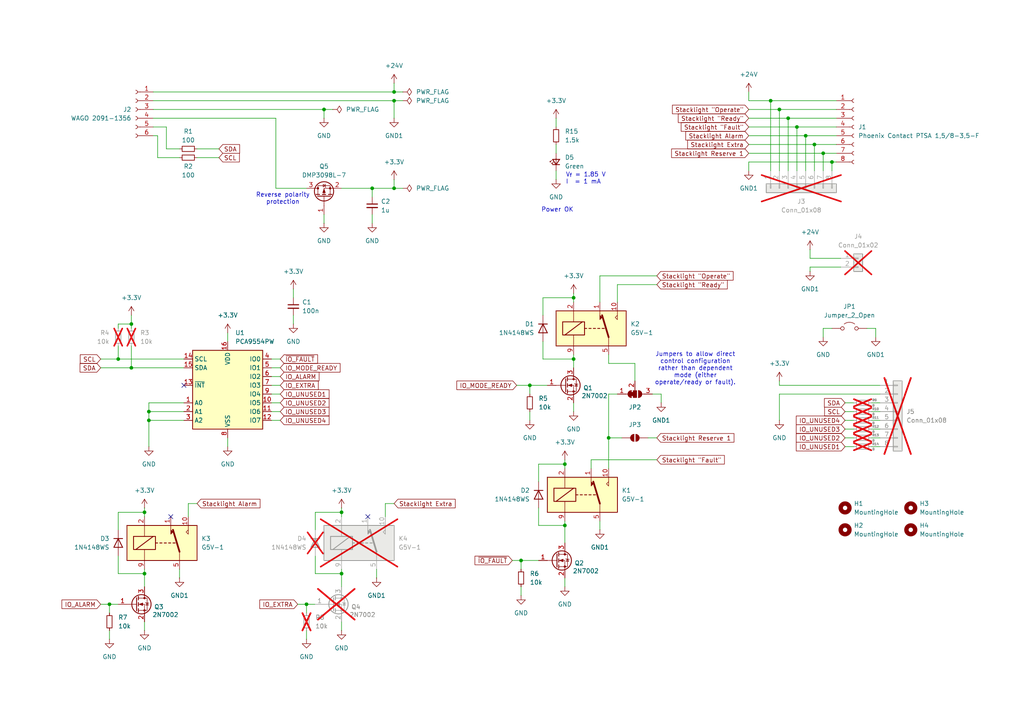
<source format=kicad_sch>
(kicad_sch (version 20231120) (generator "eeschema") (generator_version "8.0")
  (paper "A4")
  (title_block (title "Stacklight Controller Board"))
  (lib_symbols
    (symbol "0_Local_Library:PCA9554PW"
      (property "Reference" "U" (at -8.89 12.7 0))
      (property "Value" "PCA9554PW" (at 6.35 12.7 0))
      (symbol "PCA9554PW_1_1"
        (pin input line (at -12.7 -3.81 0) (length 2.54) (name "A0") (number "1"))
        (pin bidirectional line (at 12.7 -3.81 180) (length 2.54) (name "IO5") (number "10"))
        (pin bidirectional line (at 12.7 -6.35 180) (length 2.54) (name "IO6") (number "11"))
        (pin bidirectional line (at 12.7 -8.89 180) (length 2.54) (name "IO7") (number "12"))
        (pin open_collector line (at -12.7 1.27 0) (length 2.54) (name "~{INT}") (number "13"))
        (pin input line (at -12.7 8.89 0) (length 2.54) (name "SCL") (number "14"))
        (pin bidirectional line (at -12.7 6.35 0) (length 2.54) (name "SDA") (number "15"))
        (pin power_in line (at 0 13.97 270) (length 2.54) (name "VDD") (number "16"))
        (pin input line (at -12.7 -6.35 0) (length 2.54) (name "A1") (number "2"))
        (pin input line (at -12.7 -8.89 0) (length 2.54) (name "A2") (number "3"))
        (pin bidirectional line (at 12.7 8.89 180) (length 2.54) (name "IO0") (number "4"))
        (pin bidirectional line (at 12.7 6.35 180) (length 2.54) (name "IO1") (number "5"))
        (pin bidirectional line (at 12.7 3.81 180) (length 2.54) (name "IO2") (number "6"))
        (pin bidirectional line (at 12.7 1.27 180) (length 2.54) (name "IO3") (number "7"))
        (pin power_in line (at 0 -13.97 90) (length 2.54) (name "VSS") (number "8"))
        (pin bidirectional line (at 12.7 -1.27 180) (length 2.54) (name "IO4") (number "9"))
      )
    )
    (symbol "Connector:Conn_01x06_Socket" (pin_names (offset 1.016) hide)
      (property "Reference" "J" (at 0 7.62 0))
      (property "Value" "Conn_01x06_Socket" (at 0 -10.16 0))
      (symbol "Conn_01x06_Socket_1_1"
        (pin passive line (at -5.08 5.08 0) (length 3.81) (name "Pin_1") (number "1"))
        (pin passive line (at -5.08 2.54 0) (length 3.81) (name "Pin_2") (number "2"))
        (pin passive line (at -5.08 0 0) (length 3.81) (name "Pin_3") (number "3"))
        (pin passive line (at -5.08 -2.54 0) (length 3.81) (name "Pin_4") (number "4"))
        (pin passive line (at -5.08 -5.08 0) (length 3.81) (name "Pin_5") (number "5"))
        (pin passive line (at -5.08 -7.62 0) (length 3.81) (name "Pin_6") (number "6"))
      )
    )
    (symbol "Connector:Conn_01x08_Socket" (pin_names (offset 1.016) hide)
      (property "Reference" "J" (at 0 10.16 0))
      (property "Value" "Conn_01x08_Socket" (at 0 -12.7 0))
      (symbol "Conn_01x08_Socket_1_1"
        (pin passive line (at -5.08 7.62 0) (length 3.81) (name "Pin_1") (number "1"))
        (pin passive line (at -5.08 5.08 0) (length 3.81) (name "Pin_2") (number "2"))
        (pin passive line (at -5.08 2.54 0) (length 3.81) (name "Pin_3") (number "3"))
        (pin passive line (at -5.08 0 0) (length 3.81) (name "Pin_4") (number "4"))
        (pin passive line (at -5.08 -2.54 0) (length 3.81) (name "Pin_5") (number "5"))
        (pin passive line (at -5.08 -5.08 0) (length 3.81) (name "Pin_6") (number "6"))
        (pin passive line (at -5.08 -7.62 0) (length 3.81) (name "Pin_7") (number "7"))
        (pin passive line (at -5.08 -10.16 0) (length 3.81) (name "Pin_8") (number "8"))
      )
    )
    (symbol "Connector_Generic:Conn_01x02" (pin_names (offset 1.016) hide)
      (property "Reference" "J" (at 0 2.54 0))
      (property "Value" "Conn_01x02" (at 0 -5.08 0))
      (symbol "Conn_01x02_1_1"
        (pin passive line (at -5.08 0 0) (length 3.81) (name "Pin_1") (number "1"))
        (pin passive line (at -5.08 -2.54 0) (length 3.81) (name "Pin_2") (number "2"))
      )
    )
    (symbol "Connector_Generic:Conn_01x08" (pin_names (offset 1.016) hide)
      (property "Reference" "J" (at 0 10.16 0))
      (property "Value" "Conn_01x08" (at 0 -12.7 0))
      (symbol "Conn_01x08_1_1"
        (pin passive line (at -5.08 7.62 0) (length 3.81) (name "Pin_1") (number "1"))
        (pin passive line (at -5.08 5.08 0) (length 3.81) (name "Pin_2") (number "2"))
        (pin passive line (at -5.08 2.54 0) (length 3.81) (name "Pin_3") (number "3"))
        (pin passive line (at -5.08 0 0) (length 3.81) (name "Pin_4") (number "4"))
        (pin passive line (at -5.08 -2.54 0) (length 3.81) (name "Pin_5") (number "5"))
        (pin passive line (at -5.08 -5.08 0) (length 3.81) (name "Pin_6") (number "6"))
        (pin passive line (at -5.08 -7.62 0) (length 3.81) (name "Pin_7") (number "7"))
        (pin passive line (at -5.08 -10.16 0) (length 3.81) (name "Pin_8") (number "8"))
      )
    )
    (symbol "Device:C_Small" (pin_numbers hide) (pin_names (offset 0.254) hide)
      (property "Reference" "C" (at 0.254 1.778 0))
      (property "Value" "C_Small" (at 0.254 -2.032 0))
      (symbol "C_Small_1_1"
        (pin passive line (at 0 2.54 270) (length 2.032) (name "~") (number "1"))
        (pin passive line (at 0 -2.54 90) (length 2.032) (name "~") (number "2"))
      )
    )
    (symbol "Device:LED_Small" (pin_numbers hide) (pin_names (offset 0.254) hide)
      (property "Reference" "D" (at -1.27 3.175 0))
      (property "Value" "LED_Small" (at -4.445 -2.54 0))
      (symbol "LED_Small_1_1"
        (pin passive line (at -2.54 0 0) (length 1.778) (name "K") (number "1"))
        (pin passive line (at 2.54 0 180) (length 1.778) (name "A") (number "2"))
      )
    )
    (symbol "Device:Q_PMOS_GSD" (pin_names (offset 0) hide)
      (property "Reference" "Q" (at 5.08 1.27 0))
      (property "Value" "Q_PMOS_GSD" (at 5.08 -1.27 0))
      (symbol "Q_PMOS_GSD_1_1"
        (pin input line (at -5.08 0 0) (length 2.54) (name "G") (number "1"))
        (pin passive line (at 2.54 -5.08 90) (length 2.54) (name "S") (number "2"))
        (pin passive line (at 2.54 5.08 270) (length 2.54) (name "D") (number "3"))
      )
    )
    (symbol "Device:R_Small" (pin_numbers hide) (pin_names (offset 0.254) hide)
      (property "Reference" "R" (at 0.762 0.508 0))
      (property "Value" "R_Small" (at 0.762 -1.016 0))
      (symbol "R_Small_1_1"
        (pin passive line (at 0 2.54 270) (length 0.762) (name "~") (number "1"))
        (pin passive line (at 0 -2.54 90) (length 0.762) (name "~") (number "2"))
      )
    )
    (symbol "Diode:1N4148WS" (pin_numbers hide) (pin_names hide)
      (property "Reference" "D" (at 0 2.54 0))
      (property "Value" "1N4148WS" (at 0 -2.54 0))
      (symbol "1N4148WS_1_1"
        (pin passive line (at -3.81 0 0) (length 2.54) (name "K") (number "1"))
        (pin passive line (at 3.81 0 180) (length 2.54) (name "A") (number "2"))
      )
    )
    (symbol "Jumper:Jumper_2_Open" (pin_numbers hide) (pin_names (offset 0) hide) (exclude_from_sim yes)
      (property "Reference" "JP" (at 0 2.794 0))
      (property "Value" "Jumper_2_Open" (at 0 -2.286 0))
      (symbol "Jumper_2_Open_1_1"
        (pin passive line (at -5.08 0 0) (length 2.54) (name "A") (number "1"))
        (pin passive line (at 5.08 0 180) (length 2.54) (name "B") (number "2"))
      )
    )
    (symbol "Jumper:SolderJumper_2_Open" (pin_numbers hide) (pin_names (offset 0) hide) (exclude_from_sim yes) (in_bom no)
      (property "Reference" "JP" (at 0 2.032 0))
      (property "Value" "SolderJumper_2_Open" (at 0 -2.54 0))
      (symbol "SolderJumper_2_Open_1_1"
        (pin passive line (at -3.81 0 0) (length 2.54) (name "A") (number "1"))
        (pin passive line (at 3.81 0 180) (length 2.54) (name "B") (number "2"))
      )
    )
    (symbol "Jumper:SolderJumper_3_Bridged12" (pin_names (offset 0) hide) (exclude_from_sim yes) (in_bom no)
      (property "Reference" "JP" (at -2.54 -2.54 0))
      (property "Value" "SolderJumper_3_Bridged12" (at 0 2.794 0))
      (symbol "SolderJumper_3_Bridged12_1_1"
        (pin passive line (at -5.08 0 0) (length 2.54) (name "A") (number "1"))
        (pin passive line (at 0 -3.81 90) (length 2.54) (name "C") (number "2"))
        (pin passive line (at 5.08 0 180) (length 2.54) (name "B") (number "3"))
      )
    )
    (symbol "Mechanical:MountingHole" (pin_names (offset 1.016)) (exclude_from_sim yes) (in_bom no)
      (property "Reference" "H" (at 0 5.08 0))
      (property "Value" "MountingHole" (at 0 3.175 0))
    )
    (symbol "Relay:G5V-1"
      (property "Reference" "K" (at 11.43 3.81 0))
      (property "Value" "G5V-1" (at 11.43 1.27 0))
      (symbol "G5V-1_1_1"
        (pin passive line (at 2.54 7.62 270) (length 2.54) (name "~") (number "1"))
        (pin passive line (at 7.62 7.62 270) (length 2.54) (name "~") (number "10"))
        (pin passive line (at -5.08 7.62 270) (length 2.54) (name "~") (number "2"))
        (pin passive line (at 5.08 -7.62 90) (length 2.54) (name "~") (number "5"))
        (pin passive line (at 5.08 -7.62 90) (length 2.54) hide (name "~") (number "6"))
        (pin passive line (at -5.08 -7.62 90) (length 2.54) (name "~") (number "9"))
      )
    )
    (symbol "Transistor_FET:2N7002" (pin_names hide)
      (property "Reference" "Q" (at 5.08 1.905 0))
      (property "Value" "2N7002" (at 5.08 0 0))
      (symbol "2N7002_1_1"
        (pin input line (at -5.08 0 0) (length 2.54) (name "G") (number "1"))
        (pin passive line (at 2.54 -5.08 90) (length 2.54) (name "S") (number "2"))
        (pin passive line (at 2.54 5.08 270) (length 2.54) (name "D") (number "3"))
      )
    )
    (symbol "power:+24V" (power) (pin_numbers hide) (pin_names (offset 0) hide)
      (property "Value" "+24V" (at 0 3.556 0))
      (symbol "+24V_1_1"
        (pin power_in line (at 0 0 90) (length 0) (name "~") (number "1"))
      )
    )
    (symbol "power:+3.3V" (power) (pin_numbers hide) (pin_names (offset 0) hide)
      (property "Value" "+3.3V" (at 0 3.556 0))
      (symbol "+3.3V_1_1"
        (pin power_in line (at 0 0 90) (length 0) (name "~") (number "1"))
      )
    )
    (symbol "power:GND" (power) (pin_numbers hide) (pin_names (offset 0) hide)
      (property "Value" "GND" (at 0 -3.81 0))
      (symbol "GND_1_1"
        (pin power_in line (at 0 0 270) (length 0) (name "~") (number "1"))
      )
    )
    (symbol "power:GND1" (power) (pin_numbers hide) (pin_names (offset 0) hide)
      (property "Value" "GND1" (at 0 -3.81 0))
      (symbol "GND1_1_1"
        (pin power_in line (at 0 0 270) (length 0) (name "~") (number "1"))
      )
    )
    (symbol "power:PWR_FLAG" (power) (pin_numbers hide) (pin_names (offset 0) hide)
      (property "Value" "PWR_FLAG" (at 0 3.81 0))
      (symbol "PWR_FLAG_0_0"
        (pin power_out line (at 0 0 90) (length 0) (name "~") (number "1"))
      )
    )
  )
  (junction (at 223.52 29.21))
  (junction (at 93.98 31.75))
  (junction (at 114.3 26.67))
  (junction (at 241.3 46.99))
  (junction (at 41.91 148.59))
  (junction (at 99.06 166.37))
  (junction (at 163.83 134.62))
  (junction (at 38.1 106.68))
  (junction (at 238.76 44.45))
  (junction (at 43.18 121.92))
  (junction (at 107.95 54.61))
  (junction (at 38.1 93.98))
  (junction (at 99.06 148.59))
  (junction (at 31.75 175.26))
  (junction (at 114.3 29.21))
  (junction (at 226.06 31.75))
  (junction (at 151.13 162.56))
  (junction (at 176.53 127))
  (junction (at 41.91 166.37))
  (junction (at 231.14 36.83))
  (junction (at 166.37 86.36))
  (junction (at 166.37 104.14))
  (junction (at 236.22 41.91))
  (junction (at 163.83 152.4))
  (junction (at 114.3 54.61))
  (junction (at 34.29 104.14))
  (junction (at 228.6 34.29))
  (junction (at 153.67 111.76))
  (junction (at 233.68 39.37))
  (junction (at 43.18 119.38))
  (junction (at 88.9 175.26))
  (no_connect (at 106.68 149.86))
  (no_connect (at 53.34 111.76))
  (no_connect (at 49.53 149.86))
  (wire (pts (xy 114.3 26.67) (xy 116.84 26.67)))
  (wire (pts (xy 109.22 165.1) (xy 109.22 167.64)))
  (wire (pts (xy 34.29 104.14) (xy 53.34 104.14)))
  (wire (pts (xy 252.73 127) (xy 255.27 127)))
  (wire (pts (xy 148.59 162.56) (xy 151.13 162.56)))
  (wire (pts (xy 80.01 54.61) (xy 80.01 34.29)))
  (wire (pts (xy 226.06 31.75) (xy 242.57 31.75)))
  (wire (pts (xy 78.74 114.3) (xy 81.28 114.3)))
  (wire (pts (xy 29.21 106.68) (xy 38.1 106.68)))
  (wire (pts (xy 107.95 62.23) (xy 107.95 64.77)))
  (wire (pts (xy 245.11 121.92) (xy 247.65 121.92)))
  (wire (pts (xy 88.9 175.26) (xy 88.9 177.8)))
  (wire (pts (xy 34.29 100.33) (xy 34.29 104.14)))
  (wire (pts (xy 179.07 82.55) (xy 179.07 87.63)))
  (wire (pts (xy 114.3 54.61) (xy 116.84 54.61)))
  (wire (pts (xy 184.15 110.49) (xy 184.15 105.41)))
  (wire (pts (xy 44.45 31.75) (xy 93.98 31.75)))
  (wire (pts (xy 99.06 166.37) (xy 99.06 170.18)))
  (wire (pts (xy 176.53 105.41) (xy 176.53 102.87)))
  (wire (pts (xy 29.21 175.26) (xy 31.75 175.26)))
  (wire (pts (xy 238.76 95.25) (xy 241.3 95.25)))
  (wire (pts (xy 43.18 121.92) (xy 43.18 129.54)))
  (wire (pts (xy 48.26 36.83) (xy 44.45 36.83)))
  (wire (pts (xy 217.17 34.29) (xy 228.6 34.29)))
  (wire (pts (xy 153.67 111.76) (xy 153.67 114.3)))
  (wire (pts (xy 57.15 146.05) (xy 54.61 146.05)))
  (wire (pts (xy 252.73 121.92) (xy 255.27 121.92)))
  (wire (pts (xy 34.29 175.26) (xy 31.75 175.26)))
  (wire (pts (xy 38.1 91.44) (xy 38.1 93.98)))
  (wire (pts (xy 111.76 146.05) (xy 111.76 149.86)))
  (wire (pts (xy 191.77 114.3) (xy 189.23 114.3)))
  (wire (pts (xy 176.53 127) (xy 180.34 127)))
  (wire (pts (xy 48.26 43.18) (xy 52.07 43.18)))
  (wire (pts (xy 156.21 134.62) (xy 156.21 139.7)))
  (wire (pts (xy 190.5 82.55) (xy 179.07 82.55)))
  (wire (pts (xy 252.73 119.38) (xy 255.27 119.38)))
  (wire (pts (xy 114.3 34.29) (xy 114.3 29.21)))
  (wire (pts (xy 43.18 121.92) (xy 53.34 121.92)))
  (wire (pts (xy 173.99 151.13) (xy 173.99 153.67)))
  (wire (pts (xy 217.17 44.45) (xy 238.76 44.45)))
  (wire (pts (xy 38.1 100.33) (xy 38.1 106.68)))
  (wire (pts (xy 31.75 175.26) (xy 31.75 177.8)))
  (wire (pts (xy 29.21 104.14) (xy 34.29 104.14)))
  (wire (pts (xy 107.95 54.61) (xy 107.95 57.15)))
  (wire (pts (xy 231.14 36.83) (xy 242.57 36.83)))
  (wire (pts (xy 41.91 166.37) (xy 41.91 170.18)))
  (wire (pts (xy 41.91 148.59) (xy 41.91 149.86)))
  (wire (pts (xy 163.83 152.4) (xy 163.83 157.48)))
  (wire (pts (xy 166.37 116.84) (xy 166.37 119.38)))
  (wire (pts (xy 93.98 62.23) (xy 93.98 64.77)))
  (wire (pts (xy 238.76 97.79) (xy 238.76 95.25)))
  (wire (pts (xy 66.04 96.52) (xy 66.04 99.06)))
  (wire (pts (xy 234.95 78.74) (xy 234.95 77.47)))
  (wire (pts (xy 91.44 166.37) (xy 91.44 161.29)))
  (wire (pts (xy 231.14 36.83) (xy 231.14 49.53)))
  (wire (pts (xy 44.45 34.29) (xy 80.01 34.29)))
  (wire (pts (xy 43.18 119.38) (xy 53.34 119.38)))
  (wire (pts (xy 252.73 129.54) (xy 255.27 129.54)))
  (wire (pts (xy 99.06 180.34) (xy 99.06 182.88)))
  (wire (pts (xy 48.26 43.18) (xy 48.26 36.83)))
  (wire (pts (xy 163.83 151.13) (xy 163.83 152.4)))
  (wire (pts (xy 45.72 45.72) (xy 52.07 45.72)))
  (wire (pts (xy 179.07 114.3) (xy 176.53 114.3)))
  (wire (pts (xy 91.44 148.59) (xy 91.44 153.67)))
  (wire (pts (xy 153.67 111.76) (xy 158.75 111.76)))
  (wire (pts (xy 233.68 39.37) (xy 233.68 49.53)))
  (wire (pts (xy 252.73 124.46) (xy 255.27 124.46)))
  (wire (pts (xy 34.29 93.98) (xy 38.1 93.98)))
  (wire (pts (xy 78.74 111.76) (xy 81.28 111.76)))
  (wire (pts (xy 217.17 31.75) (xy 226.06 31.75)))
  (wire (pts (xy 93.98 31.75) (xy 93.98 34.29)))
  (wire (pts (xy 157.48 99.06) (xy 157.48 104.14)))
  (wire (pts (xy 78.74 119.38) (xy 81.28 119.38)))
  (wire (pts (xy 157.48 104.14) (xy 166.37 104.14)))
  (wire (pts (xy 54.61 146.05) (xy 54.61 149.86)))
  (wire (pts (xy 254 95.25) (xy 254 97.79)))
  (wire (pts (xy 88.9 54.61) (xy 80.01 54.61)))
  (wire (pts (xy 233.68 39.37) (xy 242.57 39.37)))
  (wire (pts (xy 38.1 93.98) (xy 38.1 95.25)))
  (wire (pts (xy 34.29 166.37) (xy 34.29 161.29)))
  (wire (pts (xy 114.3 26.67) (xy 44.45 26.67)))
  (wire (pts (xy 157.48 86.36) (xy 166.37 86.36)))
  (wire (pts (xy 234.95 77.47) (xy 243.84 77.47)))
  (wire (pts (xy 41.91 147.32) (xy 41.91 148.59)))
  (wire (pts (xy 78.74 104.14) (xy 81.28 104.14)))
  (wire (pts (xy 57.15 43.18) (xy 63.5 43.18)))
  (wire (pts (xy 234.95 72.39) (xy 234.95 74.93)))
  (wire (pts (xy 161.29 34.29) (xy 161.29 36.83)))
  (wire (pts (xy 151.13 162.56) (xy 156.21 162.56)))
  (wire (pts (xy 217.17 49.53) (xy 217.17 46.99)))
  (wire (pts (xy 78.74 116.84) (xy 81.28 116.84)))
  (wire (pts (xy 245.11 127) (xy 247.65 127)))
  (wire (pts (xy 223.52 29.21) (xy 223.52 49.53)))
  (wire (pts (xy 66.04 127) (xy 66.04 129.54)))
  (wire (pts (xy 153.67 119.38) (xy 153.67 121.92)))
  (wire (pts (xy 171.45 133.35) (xy 171.45 135.89)))
  (wire (pts (xy 45.72 39.37) (xy 44.45 39.37)))
  (wire (pts (xy 43.18 116.84) (xy 53.34 116.84)))
  (wire (pts (xy 163.83 134.62) (xy 156.21 134.62)))
  (wire (pts (xy 176.53 114.3) (xy 176.53 127)))
  (wire (pts (xy 252.73 116.84) (xy 255.27 116.84)))
  (wire (pts (xy 173.99 80.01) (xy 190.5 80.01)))
  (wire (pts (xy 217.17 36.83) (xy 231.14 36.83)))
  (wire (pts (xy 217.17 39.37) (xy 233.68 39.37)))
  (wire (pts (xy 114.3 52.07) (xy 114.3 54.61)))
  (wire (pts (xy 236.22 41.91) (xy 242.57 41.91)))
  (wire (pts (xy 86.36 175.26) (xy 88.9 175.26)))
  (wire (pts (xy 226.06 114.3) (xy 255.27 114.3)))
  (wire (pts (xy 85.09 91.44) (xy 85.09 93.98)))
  (wire (pts (xy 226.06 110.49) (xy 226.06 111.76)))
  (wire (pts (xy 184.15 105.41) (xy 176.53 105.41)))
  (wire (pts (xy 190.5 133.35) (xy 171.45 133.35)))
  (wire (pts (xy 31.75 182.88) (xy 31.75 185.42)))
  (wire (pts (xy 43.18 116.84) (xy 43.18 119.38)))
  (wire (pts (xy 166.37 85.09) (xy 166.37 86.36)))
  (wire (pts (xy 114.3 24.13) (xy 114.3 26.67)))
  (wire (pts (xy 223.52 29.21) (xy 242.57 29.21)))
  (wire (pts (xy 34.29 95.25) (xy 34.29 93.98)))
  (wire (pts (xy 41.91 180.34) (xy 41.91 182.88)))
  (wire (pts (xy 217.17 29.21) (xy 223.52 29.21)))
  (wire (pts (xy 85.09 83.82) (xy 85.09 86.36)))
  (wire (pts (xy 228.6 34.29) (xy 242.57 34.29)))
  (wire (pts (xy 91.44 175.26) (xy 88.9 175.26)))
  (wire (pts (xy 156.21 147.32) (xy 156.21 152.4)))
  (wire (pts (xy 93.98 31.75) (xy 96.52 31.75)))
  (wire (pts (xy 166.37 86.36) (xy 166.37 87.63)))
  (wire (pts (xy 99.06 166.37) (xy 91.44 166.37)))
  (wire (pts (xy 173.99 87.63) (xy 173.99 80.01)))
  (wire (pts (xy 57.15 45.72) (xy 63.5 45.72)))
  (wire (pts (xy 251.46 95.25) (xy 254 95.25)))
  (wire (pts (xy 226.06 111.76) (xy 255.27 111.76)))
  (wire (pts (xy 238.76 44.45) (xy 242.57 44.45)))
  (wire (pts (xy 226.06 114.3) (xy 226.06 121.92)))
  (wire (pts (xy 41.91 165.1) (xy 41.91 166.37)))
  (wire (pts (xy 44.45 29.21) (xy 114.3 29.21)))
  (wire (pts (xy 226.06 31.75) (xy 226.06 49.53)))
  (wire (pts (xy 114.3 54.61) (xy 107.95 54.61)))
  (wire (pts (xy 163.83 133.35) (xy 163.83 134.62)))
  (wire (pts (xy 245.11 119.38) (xy 247.65 119.38)))
  (wire (pts (xy 151.13 165.1) (xy 151.13 162.56)))
  (wire (pts (xy 241.3 49.53) (xy 241.3 46.99)))
  (wire (pts (xy 52.07 165.1) (xy 52.07 167.64)))
  (wire (pts (xy 245.11 124.46) (xy 247.65 124.46)))
  (wire (pts (xy 191.77 116.84) (xy 191.77 114.3)))
  (wire (pts (xy 151.13 170.18) (xy 151.13 172.72)))
  (wire (pts (xy 99.06 165.1) (xy 99.06 166.37)))
  (wire (pts (xy 78.74 109.22) (xy 81.28 109.22)))
  (wire (pts (xy 157.48 91.44) (xy 157.48 86.36)))
  (wire (pts (xy 88.9 182.88) (xy 88.9 185.42)))
  (wire (pts (xy 176.53 127) (xy 176.53 135.89)))
  (wire (pts (xy 45.72 45.72) (xy 45.72 39.37)))
  (wire (pts (xy 43.18 119.38) (xy 43.18 121.92)))
  (wire (pts (xy 217.17 26.67) (xy 217.17 29.21)))
  (wire (pts (xy 166.37 102.87) (xy 166.37 104.14)))
  (wire (pts (xy 161.29 49.53) (xy 161.29 52.07)))
  (wire (pts (xy 236.22 41.91) (xy 236.22 49.53)))
  (wire (pts (xy 217.17 41.91) (xy 236.22 41.91)))
  (wire (pts (xy 38.1 106.68) (xy 53.34 106.68)))
  (wire (pts (xy 78.74 121.92) (xy 81.28 121.92)))
  (wire (pts (xy 245.11 116.84) (xy 247.65 116.84)))
  (wire (pts (xy 149.86 111.76) (xy 153.67 111.76)))
  (wire (pts (xy 217.17 46.99) (xy 241.3 46.99)))
  (wire (pts (xy 163.83 134.62) (xy 163.83 135.89)))
  (wire (pts (xy 114.3 146.05) (xy 111.76 146.05)))
  (wire (pts (xy 99.06 148.59) (xy 99.06 149.86)))
  (wire (pts (xy 243.84 74.93) (xy 234.95 74.93)))
  (wire (pts (xy 34.29 148.59) (xy 34.29 153.67)))
  (wire (pts (xy 163.83 167.64) (xy 163.83 170.18)))
  (wire (pts (xy 99.06 148.59) (xy 91.44 148.59)))
  (wire (pts (xy 228.6 34.29) (xy 228.6 49.53)))
  (wire (pts (xy 114.3 29.21) (xy 116.84 29.21)))
  (wire (pts (xy 107.95 54.61) (xy 99.06 54.61)))
  (wire (pts (xy 245.11 129.54) (xy 247.65 129.54)))
  (wire (pts (xy 41.91 166.37) (xy 34.29 166.37)))
  (wire (pts (xy 166.37 104.14) (xy 166.37 106.68)))
  (wire (pts (xy 161.29 41.91) (xy 161.29 44.45)))
  (wire (pts (xy 41.91 148.59) (xy 34.29 148.59)))
  (wire (pts (xy 99.06 147.32) (xy 99.06 148.59)))
  (wire (pts (xy 187.96 127) (xy 190.5 127)))
  (wire (pts (xy 238.76 44.45) (xy 238.76 49.53)))
  (wire (pts (xy 156.21 152.4) (xy 163.83 152.4)))
  (wire (pts (xy 241.3 46.99) (xy 242.57 46.99)))
  (wire (pts (xy 78.74 106.68) (xy 81.28 106.68)))
  (text "Jumpers to allow direct\ncontrol configuration\nrather than dependent\nmode (either\noperate/ready or fault)." (at 201.676 106.934 0) (effects (font (size 1.27 1.27))))
  (text "Power OK" (at 156.972 60.198 0) (effects (font (size 1.27 1.27)) (justify left top)))
  (text "V_{f} = 1.85 V\nI  = 1 mA" (at 164.084 50.038 0) (effects (font (size 1.27 1.27)) (justify left top)))
  (text "Reverse polarity\nprotection" (at 82.042 57.658 0) (effects (font (size 1.27 1.27))))
  (global_label "Stacklight Reserve 1" (shape input) (at 217.17 44.45 180) (property "Intersheetrefs" "${INTERSHEET_REFS}" (effects (hide yes))))
  (global_label "IO_EXTRA" (shape input) (at 86.36 175.26 180) (property "Intersheetrefs" "${INTERSHEET_REFS}" (effects (hide yes))))
  (global_label "Stacklight \"Ready\"" (shape input) (at 190.5 82.55 0) (property "Intersheetrefs" "${INTERSHEET_REFS}" (effects (hide yes))))
  (global_label "Stacklight \"Ready\"" (shape input) (at 217.17 34.29 180) (property "Intersheetrefs" "${INTERSHEET_REFS}" (effects (hide yes))))
  (global_label "SCL" (shape input) (at 63.5 45.72 0) (property "Intersheetrefs" "${INTERSHEET_REFS}" (effects (hide yes))))
  (global_label "IO_UNUSED3" (shape input) (at 81.28 119.38 0) (property "Intersheetrefs" "${INTERSHEET_REFS}" (effects (hide yes))))
  (global_label "SDA" (shape input) (at 63.5 43.18 0) (property "Intersheetrefs" "${INTERSHEET_REFS}" (effects (hide yes))))
  (global_label "Stacklight Reserve 1" (shape input) (at 190.5 127 0) (property "Intersheetrefs" "${INTERSHEET_REFS}" (effects (hide yes))))
  (global_label "Stacklight \"Operate\"" (shape input) (at 217.17 31.75 180) (property "Intersheetrefs" "${INTERSHEET_REFS}" (effects (hide yes))))
  (global_label "IO_MODE_READY" (shape input) (at 149.86 111.76 180) (property "Intersheetrefs" "${INTERSHEET_REFS}" (effects (hide yes))))
  (global_label "Stacklight Extra" (shape input) (at 217.17 41.91 180) (property "Intersheetrefs" "${INTERSHEET_REFS}" (effects (hide yes))))
  (global_label "~{IO_FAULT}" (shape input) (at 81.28 104.14 0) (property "Intersheetrefs" "${INTERSHEET_REFS}" (effects (hide yes))))
  (global_label "SCL" (shape input) (at 245.11 119.38 180) (property "Intersheetrefs" "${INTERSHEET_REFS}" (effects (hide yes))))
  (global_label "IO_UNUSED4" (shape input) (at 245.11 121.92 180) (property "Intersheetrefs" "${INTERSHEET_REFS}" (effects (hide yes))))
  (global_label "~{IO_FAULT}" (shape input) (at 148.59 162.56 180) (property "Intersheetrefs" "${INTERSHEET_REFS}" (effects (hide yes))))
  (global_label "IO_UNUSED3" (shape input) (at 245.11 124.46 180) (property "Intersheetrefs" "${INTERSHEET_REFS}" (effects (hide yes))))
  (global_label "Stacklight \"Fault\"" (shape input) (at 217.17 36.83 180) (property "Intersheetrefs" "${INTERSHEET_REFS}" (effects (hide yes))))
  (global_label "SCL" (shape input) (at 29.21 104.14 180) (property "Intersheetrefs" "${INTERSHEET_REFS}" (effects (hide yes))))
  (global_label "SDA" (shape input) (at 245.11 116.84 180) (property "Intersheetrefs" "${INTERSHEET_REFS}" (effects (hide yes))))
  (global_label "IO_ALARM" (shape input) (at 81.28 109.22 0) (property "Intersheetrefs" "${INTERSHEET_REFS}" (effects (hide yes))))
  (global_label "IO_EXTRA" (shape input) (at 81.28 111.76 0) (property "Intersheetrefs" "${INTERSHEET_REFS}" (effects (hide yes))))
  (global_label "IO_ALARM" (shape input) (at 29.21 175.26 180) (property "Intersheetrefs" "${INTERSHEET_REFS}" (effects (hide yes))))
  (global_label "IO_MODE_READY" (shape input) (at 81.28 106.68 0) (property "Intersheetrefs" "${INTERSHEET_REFS}" (effects (hide yes))))
  (global_label "Stacklight Alarm" (shape input) (at 57.15 146.05 0) (property "Intersheetrefs" "${INTERSHEET_REFS}" (effects (hide yes))))
  (global_label "IO_UNUSED2" (shape input) (at 81.28 116.84 0) (property "Intersheetrefs" "${INTERSHEET_REFS}" (effects (hide yes))))
  (global_label "IO_UNUSED1" (shape input) (at 81.28 114.3 0) (property "Intersheetrefs" "${INTERSHEET_REFS}" (effects (hide yes))))
  (global_label "IO_UNUSED4" (shape input) (at 81.28 121.92 0) (property "Intersheetrefs" "${INTERSHEET_REFS}" (effects (hide yes))))
  (global_label "IO_UNUSED1" (shape input) (at 245.11 129.54 180) (property "Intersheetrefs" "${INTERSHEET_REFS}" (effects (hide yes))))
  (global_label "IO_UNUSED2" (shape input) (at 245.11 127 180) (property "Intersheetrefs" "${INTERSHEET_REFS}" (effects (hide yes))))
  (global_label "Stacklight \"Fault\"" (shape input) (at 190.5 133.35 0) (property "Intersheetrefs" "${INTERSHEET_REFS}" (effects (hide yes))))
  (global_label "Stacklight \"Operate\"" (shape input) (at 190.5 80.01 0) (property "Intersheetrefs" "${INTERSHEET_REFS}" (effects (hide yes))))
  (global_label "Stacklight Alarm" (shape input) (at 217.17 39.37 180) (property "Intersheetrefs" "${INTERSHEET_REFS}" (effects (hide yes))))
  (global_label "SDA" (shape input) (at 29.21 106.68 180) (property "Intersheetrefs" "${INTERSHEET_REFS}" (effects (hide yes))))
  (global_label "Stacklight Extra" (shape input) (at 114.3 146.05 0) (property "Intersheetrefs" "${INTERSHEET_REFS}" (effects (hide yes))))
  (symbol (lib_id "power:GND") (at 31.75 185.42 0) (unit 1)
    (property "Reference" "#PWR021" (effects (hide yes)))
    (property "Value" "GND" (at 31.75 190.5 0))
    (property "Description" "Power symbol creates a global label with name \"GND\" , ground" (effects (hide yes)))
  )
  (symbol (lib_id "Device:R_Small") (at 31.75 180.34 0) (unit 1)
    (property "Reference" "R7" (at 34.29 179.0699 0) (effects (justify left)))
    (property "Value" "10k" (at 34.29 181.6099 0) (effects (justify left)))
    (property "Footprint" "Resistor_SMD:R_0603_1608Metric_Pad0.98x0.95mm_HandSolder" (effects (hide yes)))
    (property "Description" "Resistor, small symbol" (effects (hide yes)))
  )
  (symbol (lib_id "Jumper:SolderJumper_3_Bridged12") (at 184.15 114.3 0) (mirror x) (unit 1) (exclude_from_sim yes) (in_bom no)
    (property "Reference" "JP2" (at 184.15 118.11 0))
    (property "Value" "SolderJumper_3_Bridged12" (effects (hide yes)))
    (property "Footprint" "Jumper:SolderJumper-3_P1.3mm_Open_RoundedPad1.0x1.5mm" (effects (hide yes)))
    (property "Description" "3-pole Solder Jumper, pins 1+2 closed/bridged" (effects (hide yes)))
  )
  (symbol (lib_id "Relay:G5V-1") (at 171.45 95.25 0) (unit 1)
    (property "Reference" "K2" (at 182.88 93.9799 0) (effects (justify left)))
    (property "Value" "G5V-1" (at 182.88 96.5199 0) (effects (justify left)))
    (property "Footprint" "Relay_THT:Relay_SPDT_Omron_G5V-1" (effects (hide yes)))
    (property "Datasheet" "http://omronfs.omron.com/en_US/ecb/products/pdf/en-g5v_1.pdf" (effects (hide yes)))
    (property "Description" "Ultra-miniature, Highly Sensitive SPDT Relay for Signal Circuits" (effects (hide yes)))
  )
  (symbol (lib_id "power:GND") (at 151.13 172.72 0) (unit 1)
    (property "Reference" "#PWR015" (effects (hide yes)))
    (property "Value" "GND" (at 151.13 177.8 0))
    (property "Description" "Power symbol creates a global label with name \"GND\" , ground" (effects (hide yes)))
  )
  (symbol (lib_id "power:GND") (at 99.06 182.88 0) (unit 1)
    (property "Reference" "#PWR025" (effects (hide yes)))
    (property "Value" "GND" (at 99.06 187.96 0))
    (property "Description" "Power symbol creates a global label with name \"GND\" , ground" (effects (hide yes)))
  )
  (symbol (lib_id "Connector_Generic:Conn_01x08") (at 231.14 54.61 90) (mirror x) (unit 1) (dnp yes)
    (property "Reference" "J3" (at 232.41 58.42 90))
    (property "Value" "Conn_01x08" (at 232.41 60.96 90))
    (property "Footprint" "Connector_PinHeader_2.54mm:PinHeader_1x08_P2.54mm_Vertical" (effects (hide yes)))
    (property "Description" "Generic connector, single row, 01x08, script generated (kicad-library-utils/schlib/autogen/connector/)" (effects (hide yes)))
  )
  (symbol (lib_id "power:+24V") (at 234.95 72.39 0) (mirror y) (unit 1)
    (property "Reference" "#PWR020" (effects (hide yes)))
    (property "Value" "+24V" (at 234.95 67.31 0))
    (property "Description" "Power symbol creates a global label with name \"+24V\"" (effects (hide yes)))
  )
  (symbol (lib_id "Jumper:Jumper_2_Open") (at 246.38 95.25 0) (unit 1) (exclude_from_sim yes)
    (property "Reference" "JP1" (at 246.38 88.9 0))
    (property "Value" "Jumper_2_Open" (at 246.38 91.44 0))
    (property "Footprint" "Connector_PinHeader_2.54mm:PinHeader_1x02_P2.54mm_Vertical" (effects (hide yes)))
    (property "Description" "Jumper, 2-pole, open" (effects (hide yes)))
  )
  (symbol (lib_id "power:GND") (at 43.18 129.54 0) (unit 1)
    (property "Reference" "#PWR032" (effects (hide yes)))
    (property "Value" "GND" (at 43.18 134.62 0))
    (property "Description" "Power symbol creates a global label with name \"GND\" , ground" (effects (hide yes)))
  )
  (symbol (lib_id "power:+3.3V") (at 114.3 52.07 0) (unit 1)
    (property "Reference" "#PWR02" (effects (hide yes)))
    (property "Value" "+3.3V" (at 114.3 46.99 0))
    (property "Description" "Power symbol creates a global label with name \"+3.3V\"" (effects (hide yes)))
  )
  (symbol (lib_id "power:+24V") (at 217.17 26.67 0) (unit 1)
    (property "Reference" "#PWR029" (effects (hide yes)))
    (property "Value" "+24V" (at 217.17 21.59 0))
    (property "Description" "Power symbol creates a global label with name \"+24V\"" (effects (hide yes)))
  )
  (symbol (lib_id "power:GND1") (at 254 97.79 0) (unit 1)
    (property "Reference" "#PWR030" (effects (hide yes)))
    (property "Value" "GND1" (at 254 102.87 0))
    (property "Description" "Power symbol creates a global label with name \"GND1\" , ground" (effects (hide yes)))
  )
  (symbol (lib_id "Diode:1N4148WS") (at 157.48 95.25 270) (unit 1)
    (property "Reference" "D1" (at 154.94 93.9799 90) (effects (justify right)))
    (property "Value" "1N4148WS" (at 154.94 96.5199 90) (effects (justify right)))
    (property "Footprint" "Diode_SMD:D_SOD-323_HandSoldering" (effects (hide yes)))
    (property "Datasheet" "https://www.vishay.com/docs/85751/1n4148ws.pdf" (effects (hide yes)))
    (property "Description" "75V 0.15A Fast switching Diode, SOD-323" (effects (hide yes)))
    (property "Sim.Device" "D" (effects (hide yes)))
    (property "Sim.Pins" "1=K 2=A" (effects (hide yes)))
  )
  (symbol (lib_id "Device:R_Small") (at 161.29 39.37 0) (unit 1)
    (property "Reference" "R15" (at 163.83 38.0999 0) (effects (justify left)))
    (property "Value" "1.5k" (at 163.83 40.6399 0) (effects (justify left)))
    (property "Footprint" "Resistor_SMD:R_0603_1608Metric_Pad0.98x0.95mm_HandSolder" (effects (hide yes)))
    (property "Description" "Resistor, small symbol" (effects (hide yes)))
  )
  (symbol (lib_id "Device:R_Small") (at 250.19 129.54 90) (unit 1) (dnp yes)
    (property "Reference" "R14" (at 252.984 128.778 90) (effects (font (size 0.635 0.635)) (justify right)))
    (property "Value" "0" (at 252.984 130.302 90) (effects (font (size 0.635 0.635)) (justify right)))
    (property "Footprint" "Resistor_SMD:R_0603_1608Metric_Pad0.98x0.95mm_HandSolder" (effects (hide yes)))
    (property "Description" "Resistor, small symbol" (effects (hide yes)))
  )
  (symbol (lib_id "power:GND") (at 238.76 97.79 0) (unit 1)
    (property "Reference" "#PWR031" (effects (hide yes)))
    (property "Value" "GND" (at 238.76 102.87 0))
    (property "Description" "Power symbol creates a global label with name \"GND\" , ground" (effects (hide yes)))
  )
  (symbol (lib_id "Device:R_Small") (at 250.19 116.84 90) (unit 1) (dnp yes)
    (property "Reference" "R9" (at 252.984 116.078 90) (effects (font (size 0.635 0.635)) (justify right)))
    (property "Value" "0" (at 252.984 117.602 90) (effects (font (size 0.635 0.635)) (justify right)))
    (property "Footprint" "Resistor_SMD:R_0603_1608Metric_Pad0.98x0.95mm_HandSolder" (effects (hide yes)))
    (property "Description" "Resistor, small symbol" (effects (hide yes)))
  )
  (symbol (lib_id "power:GND") (at 226.06 121.92 0) (unit 1)
    (property "Reference" "#PWR028" (effects (hide yes)))
    (property "Value" "GND" (at 226.06 127 0))
    (property "Description" "Power symbol creates a global label with name \"GND\" , ground" (effects (hide yes)))
  )
  (symbol (lib_id "Mechanical:MountingHole") (at 245.11 147.32 0) (unit 1) (exclude_from_sim yes) (in_bom no)
    (property "Reference" "H1" (at 247.65 146.0499 0) (effects (justify left)))
    (property "Value" "MountingHole" (at 247.65 148.5899 0) (effects (justify left)))
    (property "Footprint" "MountingHole:MountingHole_3.2mm_M3" (effects (hide yes)))
    (property "Description" "Mounting Hole without connection" (effects (hide yes)))
  )
  (symbol (lib_id "Device:Q_PMOS_GSD") (at 93.98 57.15 90) (unit 1)
    (property "Reference" "Q5" (at 93.98 48.26 90))
    (property "Value" "DMP3098L-7" (at 93.98 50.8 90))
    (property "Footprint" "Package_TO_SOT_SMD:SOT-23_Handsoldering" (effects (hide yes)))
    (property "Description" "P-MOSFET transistor, gate/source/drain" (effects (hide yes)))
    (property "Sim.Device" "PMOS" (effects (hide yes)))
    (property "Sim.Type" "VDMOS" (effects (hide yes)))
    (property "Sim.Pins" "1=D 2=G 3=S" (effects (hide yes)))
  )
  (symbol (lib_id "Device:LED_Small") (at 161.29 46.99 90) (unit 1)
    (property "Reference" "D5" (at 163.83 45.6564 90) (effects (justify right)))
    (property "Value" "Green" (at 163.83 48.1964 90) (effects (justify right)))
    (property "Footprint" "LED_SMD:LED_0805_2012Metric_Pad1.15x1.40mm_HandSolder" (effects (hide yes)))
    (property "Description" "Light emitting diode, small symbol" (effects (hide yes)))
  )
  (symbol (lib_id "Device:R_Small") (at 54.61 45.72 90) (unit 1)
    (property "Reference" "R2" (at 54.61 48.26 90))
    (property "Value" "100" (at 54.61 50.8 90))
    (property "Footprint" "Resistor_SMD:R_0603_1608Metric_Pad0.98x0.95mm_HandSolder" (effects (hide yes)))
    (property "Description" "Resistor, small symbol" (effects (hide yes)))
  )
  (symbol (lib_id "Transistor_FET:2N7002") (at 96.52 175.26 0) (unit 1) (dnp yes)
    (property "Reference" "Q4" (at 101.854 176.022 0) (effects (justify left)))
    (property "Value" "2N7002" (at 101.346 178.308 0) (effects (justify left)))
    (property "Footprint" "Package_TO_SOT_SMD:SOT-23" (effects (hide yes)))
    (property "Datasheet" "https://www.onsemi.com/pub/Collateral/NDS7002A-D.PDF" (effects (hide yes)))
    (property "Description" "0.115A Id, 60V Vds, N-Channel MOSFET, SOT-23" (effects (hide yes)))
  )
  (symbol (lib_id "power:GND") (at 93.98 64.77 0) (unit 1)
    (property "Reference" "#PWR034" (effects (hide yes)))
    (property "Value" "GND" (at 93.98 69.85 0))
    (property "Description" "Power symbol creates a global label with name \"GND\" , ground" (effects (hide yes)))
  )
  (symbol (lib_id "Device:R_Small") (at 88.9 180.34 0) (unit 1) (dnp yes)
    (property "Reference" "R8" (at 91.44 179.0699 0) (effects (justify left)))
    (property "Value" "10k" (at 91.44 181.6099 0) (effects (justify left)))
    (property "Footprint" "Resistor_SMD:R_0603_1608Metric_Pad0.98x0.95mm_HandSolder" (effects (hide yes)))
    (property "Description" "Resistor, small symbol" (effects (hide yes)))
  )
  (symbol (lib_id "power:GND") (at 153.67 121.92 0) (unit 1)
    (property "Reference" "#PWR014" (effects (hide yes)))
    (property "Value" "GND" (at 153.67 127 0))
    (property "Description" "Power symbol creates a global label with name \"GND\" , ground" (effects (hide yes)))
  )
  (symbol (lib_id "power:GND") (at 161.29 52.07 0) (unit 1)
    (property "Reference" "#PWR038" (effects (hide yes)))
    (property "Value" "GND" (at 161.29 57.15 0))
    (property "Description" "Power symbol creates a global label with name \"GND\" , ground" (effects (hide yes)))
  )
  (symbol (lib_id "Device:R_Small") (at 54.61 43.18 90) (unit 1)
    (property "Reference" "R1" (at 54.61 38.1 90))
    (property "Value" "100" (at 54.61 40.64 90))
    (property "Footprint" "Resistor_SMD:R_0603_1608Metric_Pad0.98x0.95mm_HandSolder" (effects (hide yes)))
    (property "Description" "Resistor, small symbol" (effects (hide yes)))
  )
  (symbol (lib_id "power:GND") (at 166.37 119.38 0) (unit 1)
    (property "Reference" "#PWR011" (effects (hide yes)))
    (property "Value" "GND" (at 166.37 124.46 0))
    (property "Description" "Power symbol creates a global label with name \"GND\" , ground" (effects (hide yes)))
  )
  (symbol (lib_id "Transistor_FET:2N7002") (at 161.29 162.56 0) (unit 1)
    (property "Reference" "Q2" (at 166.624 163.322 0) (effects (justify left)))
    (property "Value" "2N7002" (at 166.116 165.608 0) (effects (justify left)))
    (property "Footprint" "Package_TO_SOT_SMD:SOT-23" (effects (hide yes)))
    (property "Datasheet" "https://www.onsemi.com/pub/Collateral/NDS7002A-D.PDF" (effects (hide yes)))
    (property "Description" "0.115A Id, 60V Vds, N-Channel MOSFET, SOT-23" (effects (hide yes)))
  )
  (symbol (lib_id "power:+3.3V") (at 166.37 85.09 0) (unit 1)
    (property "Reference" "#PWR010" (effects (hide yes)))
    (property "Value" "+3.3V" (at 166.37 80.01 0))
    (property "Description" "Power symbol creates a global label with name \"+3.3V\"" (effects (hide yes)))
  )
  (symbol (lib_id "Device:C_Small") (at 85.09 88.9 0) (unit 1)
    (property "Reference" "C1" (at 87.63 87.6362 0) (effects (justify left)))
    (property "Value" "100n" (at 87.63 90.1762 0) (effects (justify left)))
    (property "Footprint" "Capacitor_SMD:C_0603_1608Metric_Pad1.08x0.95mm_HandSolder" (effects (hide yes)))
    (property "Description" "Unpolarized capacitor, small symbol" (effects (hide yes)))
  )
  (symbol (lib_id "power:PWR_FLAG") (at 116.84 29.21 270) (unit 1)
    (property "Reference" "#FLG02" (effects (hide yes)))
    (property "Value" "PWR_FLAG" (at 120.65 29.2099 90) (effects (justify left)))
    (property "Description" "Special symbol for telling ERC where power comes from" (effects (hide yes)))
  )
  (symbol (lib_id "Connector_Generic:Conn_01x08") (at 260.35 119.38 0) (unit 1) (dnp yes)
    (property "Reference" "J5" (at 262.89 119.3799 0) (effects (justify left)))
    (property "Value" "Conn_01x08" (at 262.89 121.9199 0) (effects (justify left)))
    (property "Footprint" "Connector_PinHeader_2.54mm:PinHeader_1x08_P2.54mm_Vertical" (effects (hide yes)))
    (property "Description" "Generic connector, single row, 01x08, script generated (kicad-library-utils/schlib/autogen/connector/)" (effects (hide yes)))
  )
  (symbol (lib_id "power:+3.3V") (at 66.04 96.52 0) (unit 1)
    (property "Reference" "#PWR05" (effects (hide yes)))
    (property "Value" "+3.3V" (at 66.04 91.44 0))
    (property "Description" "Power symbol creates a global label with name \"+3.3V\"" (effects (hide yes)))
  )
  (symbol (lib_id "Connector:Conn_01x08_Socket") (at 247.65 36.83 0) (unit 1)
    (property "Reference" "J1" (at 248.92 36.8299 0) (effects (justify left)))
    (property "Value" "Phoenix Contact PTSA 1,5/8-3,5-F" (at 248.92 39.3699 0) (effects (justify left)))
    (property "Footprint" "0_Local_Library:Phoenix_PTSA_1,5_8-3,5-F" (effects (hide yes)))
    (property "Description" "PCB terminal block, nominal current: 8 A, rated voltage (III/2): 250 V, nominal cross section: 1.5 mm2, number of potentials: 8, number of rows: 1, number of positions per row: 8, product range: PTSA 1,5, pitch: 3.5 mm, connection method: Push-in spring connection, mounting: Wave soldering, conductor/PCB connection direction: 45 °, color: green, Pin layout: Linear pinning, Solder pin [P]: 3.5 mm, number of solder pins per potential: 1, type of packaging: packed in cardboard. Soldering legs in front area, one-rowed" (effects (hide yes)))
  )
  (symbol (lib_id "Device:R_Small") (at 250.19 127 90) (unit 1) (dnp yes)
    (property "Reference" "R13" (at 252.984 126.238 90) (effects (font (size 0.635 0.635)) (justify right)))
    (property "Value" "0" (at 252.984 127.762 90) (effects (font (size 0.635 0.635)) (justify right)))
    (property "Footprint" "Resistor_SMD:R_0603_1608Metric_Pad0.98x0.95mm_HandSolder" (effects (hide yes)))
    (property "Description" "Resistor, small symbol" (effects (hide yes)))
  )
  (symbol (lib_id "power:GND") (at 93.98 34.29 0) (unit 1)
    (property "Reference" "#PWR03" (effects (hide yes)))
    (property "Value" "GND" (at 93.98 39.37 0))
    (property "Description" "Power symbol creates a global label with name \"GND\" , ground" (effects (hide yes)))
  )
  (symbol (lib_id "0_Local_Library:PCA9554PW") (at 66.04 113.03 0) (unit 1)
    (property "Reference" "U1" (at 68.2341 96.52 0) (effects (justify left)))
    (property "Value" "PCA9554PW" (at 68.2341 99.06 0) (effects (justify left)))
    (property "Footprint" "Package_SO:TSSOP-16_4.4x5mm_P0.65mm" (effects (hide yes)))
    (property "Datasheet" "https://www.nxp.com/docs/en/data-sheet/PCA9554.pdf" (effects (hide yes)))
    (property "Description" "IO expander 8 GPIO, I2C 400kHz, Interrupt, 2.3 - 5.5V, TSSOP-16" (effects (hide yes)))
  )
  (symbol (lib_id "power:+3.3V") (at 163.83 133.35 0) (unit 1)
    (property "Reference" "#PWR013" (effects (hide yes)))
    (property "Value" "+3.3V" (at 163.83 128.27 0))
    (property "Description" "Power symbol creates a global label with name \"+3.3V\"" (effects (hide yes)))
  )
  (symbol (lib_id "power:GND") (at 41.91 182.88 0) (unit 1)
    (property "Reference" "#PWR018" (effects (hide yes)))
    (property "Value" "GND" (at 41.91 187.96 0))
    (property "Description" "Power symbol creates a global label with name \"GND\" , ground" (effects (hide yes)))
  )
  (symbol (lib_id "Transistor_FET:2N7002") (at 163.83 111.76 0) (unit 1)
    (property "Reference" "Q1" (at 169.164 112.522 0) (effects (justify left)))
    (property "Value" "2N7002" (at 168.656 114.808 0) (effects (justify left)))
    (property "Footprint" "Package_TO_SOT_SMD:SOT-23" (effects (hide yes)))
    (property "Datasheet" "https://www.onsemi.com/pub/Collateral/NDS7002A-D.PDF" (effects (hide yes)))
    (property "Description" "0.115A Id, 60V Vds, N-Channel MOSFET, SOT-23" (effects (hide yes)))
  )
  (symbol (lib_id "power:+3.3V") (at 99.06 147.32 0) (unit 1)
    (property "Reference" "#PWR024" (effects (hide yes)))
    (property "Value" "+3.3V" (at 99.06 142.24 0))
    (property "Description" "Power symbol creates a global label with name \"+3.3V\"" (effects (hide yes)))
  )
  (symbol (lib_id "Device:R_Small") (at 151.13 167.64 0) (unit 1)
    (property "Reference" "R6" (at 153.67 166.3699 0) (effects (justify left)))
    (property "Value" "10k" (at 153.67 168.9099 0) (effects (justify left)))
    (property "Footprint" "Resistor_SMD:R_0603_1608Metric_Pad0.98x0.95mm_HandSolder" (effects (hide yes)))
    (property "Description" "Resistor, small symbol" (effects (hide yes)))
  )
  (symbol (lib_id "Mechanical:MountingHole") (at 264.16 153.67 0) (unit 1) (exclude_from_sim yes) (in_bom no)
    (property "Reference" "H4" (at 266.7 152.3999 0) (effects (justify left)))
    (property "Value" "MountingHole" (at 266.7 154.9399 0) (effects (justify left)))
    (property "Footprint" "MountingHole:MountingHole_3.2mm_M3" (effects (hide yes)))
    (property "Description" "Mounting Hole without connection" (effects (hide yes)))
  )
  (symbol (lib_id "Connector:Conn_01x06_Socket") (at 39.37 31.75 0) (mirror y) (unit 1)
    (property "Reference" "J2" (at 38.1 31.7499 0) (effects (justify left)))
    (property "Value" "WAGO 2091-1356" (at 38.1 34.2899 0) (effects (justify left)))
    (property "Footprint" "0_Local_Library:WAGO_2091-1356" (effects (hide yes)))
    (property "Description" "Generic connector, single row, 01x06, script generated" (effects (hide yes)))
  )
  (symbol (lib_id "power:GND1") (at 114.3 34.29 0) (unit 1)
    (property "Reference" "#PWR019" (effects (hide yes)))
    (property "Value" "GND1" (at 114.3 39.37 0))
    (property "Description" "Power symbol creates a global label with name \"GND1\" , ground" (effects (hide yes)))
  )
  (symbol (lib_id "power:GND1") (at 217.17 49.53 0) (mirror y) (unit 1)
    (property "Reference" "#PWR036" (effects (hide yes)))
    (property "Value" "GND1" (at 217.17 54.61 0))
    (property "Description" "Power symbol creates a global label with name \"GND1\" , ground" (effects (hide yes)))
  )
  (symbol (lib_id "Relay:G5V-1") (at 46.99 157.48 0) (unit 1)
    (property "Reference" "K3" (at 58.42 156.2099 0) (effects (justify left)))
    (property "Value" "G5V-1" (at 58.42 158.7499 0) (effects (justify left)))
    (property "Footprint" "Relay_THT:Relay_SPDT_Omron_G5V-1" (effects (hide yes)))
    (property "Datasheet" "http://omronfs.omron.com/en_US/ecb/products/pdf/en-g5v_1.pdf" (effects (hide yes)))
    (property "Description" "Ultra-miniature, Highly Sensitive SPDT Relay for Signal Circuits" (effects (hide yes)))
  )
  (symbol (lib_id "Diode:1N4148WS") (at 34.29 157.48 270) (unit 1)
    (property "Reference" "D3" (at 31.75 156.2099 90) (effects (justify right)))
    (property "Value" "1N4148WS" (at 31.75 158.7499 90) (effects (justify right)))
    (property "Footprint" "Diode_SMD:D_SOD-323_HandSoldering" (effects (hide yes)))
    (property "Datasheet" "https://www.vishay.com/docs/85751/1n4148ws.pdf" (effects (hide yes)))
    (property "Description" "75V 0.15A Fast switching Diode, SOD-323" (effects (hide yes)))
    (property "Sim.Device" "D" (effects (hide yes)))
    (property "Sim.Pins" "1=K 2=A" (effects (hide yes)))
  )
  (symbol (lib_id "Device:R_Small") (at 250.19 121.92 90) (unit 1) (dnp yes)
    (property "Reference" "R11" (at 252.984 121.158 90) (effects (font (size 0.635 0.635)) (justify right)))
    (property "Value" "0" (at 252.984 122.682 90) (effects (font (size 0.635 0.635)) (justify right)))
    (property "Footprint" "Resistor_SMD:R_0603_1608Metric_Pad0.98x0.95mm_HandSolder" (effects (hide yes)))
    (property "Description" "Resistor, small symbol" (effects (hide yes)))
  )
  (symbol (lib_id "Device:R_Small") (at 250.19 124.46 90) (unit 1) (dnp yes)
    (property "Reference" "R12" (at 252.984 123.698 90) (effects (font (size 0.635 0.635)) (justify right)))
    (property "Value" "0" (at 252.984 125.222 90) (effects (font (size 0.635 0.635)) (justify right)))
    (property "Footprint" "Resistor_SMD:R_0603_1608Metric_Pad0.98x0.95mm_HandSolder" (effects (hide yes)))
    (property "Description" "Resistor, small symbol" (effects (hide yes)))
  )
  (symbol (lib_id "power:GND1") (at 191.77 116.84 0) (unit 1)
    (property "Reference" "#PWR033" (effects (hide yes)))
    (property "Value" "GND1" (at 191.77 121.92 0))
    (property "Description" "Power symbol creates a global label with name \"GND1\" , ground" (effects (hide yes)))
  )
  (symbol (lib_id "Transistor_FET:2N7002") (at 39.37 175.26 0) (unit 1)
    (property "Reference" "Q3" (at 44.704 176.022 0) (effects (justify left)))
    (property "Value" "2N7002" (at 44.196 178.308 0) (effects (justify left)))
    (property "Footprint" "Package_TO_SOT_SMD:SOT-23" (effects (hide yes)))
    (property "Datasheet" "https://www.onsemi.com/pub/Collateral/NDS7002A-D.PDF" (effects (hide yes)))
    (property "Description" "0.115A Id, 60V Vds, N-Channel MOSFET, SOT-23" (effects (hide yes)))
  )
  (symbol (lib_id "power:PWR_FLAG") (at 96.52 31.75 270) (unit 1)
    (property "Reference" "#FLG03" (effects (hide yes)))
    (property "Value" "PWR_FLAG" (at 100.33 31.7499 90) (effects (justify left)))
    (property "Description" "Special symbol for telling ERC where power comes from" (effects (hide yes)))
  )
  (symbol (lib_id "Mechanical:MountingHole") (at 264.16 147.32 0) (unit 1) (exclude_from_sim yes) (in_bom no)
    (property "Reference" "H3" (at 266.7 146.0499 0) (effects (justify left)))
    (property "Value" "MountingHole" (at 266.7 148.5899 0) (effects (justify left)))
    (property "Footprint" "MountingHole:MountingHole_3.2mm_M3" (effects (hide yes)))
    (property "Description" "Mounting Hole without connection" (effects (hide yes)))
  )
  (symbol (lib_id "power:+3.3V") (at 161.29 34.29 0) (unit 1)
    (property "Reference" "#PWR037" (effects (hide yes)))
    (property "Value" "+3.3V" (at 161.29 29.21 0))
    (property "Description" "Power symbol creates a global label with name \"+3.3V\"" (effects (hide yes)))
  )
  (symbol (lib_id "power:GND") (at 66.04 129.54 0) (unit 1)
    (property "Reference" "#PWR07" (effects (hide yes)))
    (property "Value" "GND" (at 66.04 134.62 0))
    (property "Description" "Power symbol creates a global label with name \"GND\" , ground" (effects (hide yes)))
  )
  (symbol (lib_id "power:GND1") (at 173.99 153.67 0) (unit 1)
    (property "Reference" "#PWR09" (effects (hide yes)))
    (property "Value" "GND1" (at 173.99 158.75 0))
    (property "Description" "Power symbol creates a global label with name \"GND1\" , ground" (effects (hide yes)))
  )
  (symbol (lib_id "Mechanical:MountingHole") (at 245.11 153.67 0) (unit 1) (exclude_from_sim yes) (in_bom no)
    (property "Reference" "H2" (at 247.65 152.3999 0) (effects (justify left)))
    (property "Value" "MountingHole" (at 247.65 154.9399 0) (effects (justify left)))
    (property "Footprint" "MountingHole:MountingHole_3.2mm_M3" (effects (hide yes)))
    (property "Description" "Mounting Hole without connection" (effects (hide yes)))
  )
  (symbol (lib_id "Device:R_Small") (at 250.19 119.38 90) (unit 1) (dnp yes)
    (property "Reference" "R10" (at 252.984 118.618 90) (effects (font (size 0.635 0.635)) (justify right)))
    (property "Value" "0" (at 252.984 120.142 90) (effects (font (size 0.635 0.635)) (justify right)))
    (property "Footprint" "Resistor_SMD:R_0603_1608Metric_Pad0.98x0.95mm_HandSolder" (effects (hide yes)))
    (property "Description" "Resistor, small symbol" (effects (hide yes)))
  )
  (symbol (lib_id "power:+3.3V") (at 85.09 83.82 0) (unit 1)
    (property "Reference" "#PWR06" (effects (hide yes)))
    (property "Value" "+3.3V" (at 85.09 78.74 0))
    (property "Description" "Power symbol creates a global label with name \"+3.3V\"" (effects (hide yes)))
  )
  (symbol (lib_id "Relay:G5V-1") (at 104.14 157.48 0) (unit 1) (dnp yes)
    (property "Reference" "K4" (at 115.57 156.2099 0) (effects (justify left)))
    (property "Value" "G5V-1" (at 115.57 158.7499 0) (effects (justify left)))
    (property "Footprint" "Relay_THT:Relay_SPDT_Omron_G5V-1" (effects (hide yes)))
    (property "Datasheet" "http://omronfs.omron.com/en_US/ecb/products/pdf/en-g5v_1.pdf" (effects (hide yes)))
    (property "Description" "Ultra-miniature, Highly Sensitive SPDT Relay for Signal Circuits" (effects (hide yes)))
  )
  (symbol (lib_id "power:GND1") (at 234.95 78.74 0) (mirror y) (unit 1)
    (property "Reference" "#PWR022" (effects (hide yes)))
    (property "Value" "GND1" (at 234.95 83.82 0))
    (property "Description" "Power symbol creates a global label with name \"GND1\" , ground" (effects (hide yes)))
  )
  (symbol (lib_id "power:+3.3V") (at 38.1 91.44 0) (unit 1)
    (property "Reference" "#PWR04" (effects (hide yes)))
    (property "Value" "+3.3V" (at 38.1 86.36 0))
    (property "Description" "Power symbol creates a global label with name \"+3.3V\"" (effects (hide yes)))
  )
  (symbol (lib_id "power:GND") (at 163.83 170.18 0) (unit 1)
    (property "Reference" "#PWR012" (effects (hide yes)))
    (property "Value" "GND" (at 163.83 175.26 0))
    (property "Description" "Power symbol creates a global label with name \"GND\" , ground" (effects (hide yes)))
  )
  (symbol (lib_id "Diode:1N4148WS") (at 91.44 157.48 270) (unit 1) (dnp yes)
    (property "Reference" "D4" (at 88.9 156.2099 90) (effects (justify right)))
    (property "Value" "1N4148WS" (at 88.9 158.7499 90) (effects (justify right)))
    (property "Footprint" "Diode_SMD:D_SOD-323_HandSoldering" (effects (hide yes)))
    (property "Datasheet" "https://www.vishay.com/docs/85751/1n4148ws.pdf" (effects (hide yes)))
    (property "Description" "75V 0.15A Fast switching Diode, SOD-323" (effects (hide yes)))
    (property "Sim.Device" "D" (effects (hide yes)))
    (property "Sim.Pins" "1=K 2=A" (effects (hide yes)))
  )
  (symbol (lib_id "Device:C_Small") (at 107.95 59.69 0) (unit 1)
    (property "Reference" "C2" (at 110.49 58.4262 0) (effects (justify left)))
    (property "Value" "1u" (at 110.49 60.9662 0) (effects (justify left)))
    (property "Footprint" "Capacitor_SMD:C_0805_2012Metric_Pad1.18x1.45mm_HandSolder" (effects (hide yes)))
    (property "Description" "Unpolarized capacitor, small symbol" (effects (hide yes)))
  )
  (symbol (lib_id "Diode:1N4148WS") (at 156.21 143.51 270) (unit 1)
    (property "Reference" "D2" (at 153.67 142.2399 90) (effects (justify right)))
    (property "Value" "1N4148WS" (at 153.67 144.7799 90) (effects (justify right)))
    (property "Footprint" "Diode_SMD:D_SOD-323_HandSoldering" (effects (hide yes)))
    (property "Datasheet" "https://www.vishay.com/docs/85751/1n4148ws.pdf" (effects (hide yes)))
    (property "Description" "75V 0.15A Fast switching Diode, SOD-323" (effects (hide yes)))
    (property "Sim.Device" "D" (effects (hide yes)))
    (property "Sim.Pins" "1=K 2=A" (effects (hide yes)))
  )
  (symbol (lib_id "power:GND1") (at 52.07 167.64 0) (unit 1)
    (property "Reference" "#PWR017" (effects (hide yes)))
    (property "Value" "GND1" (at 52.07 172.72 0))
    (property "Description" "Power symbol creates a global label with name \"GND1\" , ground" (effects (hide yes)))
  )
  (symbol (lib_id "Device:R_Small") (at 153.67 116.84 0) (unit 1)
    (property "Reference" "R5" (at 156.21 115.5699 0) (effects (justify left)))
    (property "Value" "10k" (at 156.21 118.1099 0) (effects (justify left)))
    (property "Footprint" "Resistor_SMD:R_0603_1608Metric_Pad0.98x0.95mm_HandSolder" (effects (hide yes)))
    (property "Description" "Resistor, small symbol" (effects (hide yes)))
  )
  (symbol (lib_id "power:+3.3V") (at 41.91 147.32 0) (unit 1)
    (property "Reference" "#PWR016" (effects (hide yes)))
    (property "Value" "+3.3V" (at 41.91 142.24 0))
    (property "Description" "Power symbol creates a global label with name \"+3.3V\"" (effects (hide yes)))
  )
  (symbol (lib_id "power:GND1") (at 109.22 167.64 0) (unit 1)
    (property "Reference" "#PWR026" (effects (hide yes)))
    (property "Value" "GND1" (at 109.22 172.72 0))
    (property "Description" "Power symbol creates a global label with name \"GND1\" , ground" (effects (hide yes)))
  )
  (symbol (lib_id "power:+24V") (at 114.3 24.13 0) (unit 1)
    (property "Reference" "#PWR01" (effects (hide yes)))
    (property "Value" "+24V" (at 114.3 19.05 0))
    (property "Description" "Power symbol creates a global label with name \"+24V\"" (effects (hide yes)))
  )
  (symbol (lib_id "power:PWR_FLAG") (at 116.84 26.67 270) (unit 1)
    (property "Reference" "#FLG01" (effects (hide yes)))
    (property "Value" "PWR_FLAG" (at 120.65 26.6699 90) (effects (justify left)))
    (property "Description" "Special symbol for telling ERC where power comes from" (effects (hide yes)))
  )
  (symbol (lib_id "Connector_Generic:Conn_01x02") (at 248.92 74.93 0) (unit 1) (dnp yes)
    (property "Reference" "J4" (at 248.92 68.58 0))
    (property "Value" "Conn_01x02" (at 248.92 71.12 0))
    (property "Footprint" "Connector_PinHeader_2.54mm:PinHeader_1x02_P2.54mm_Vertical" (effects (hide yes)))
    (property "Description" "Generic connector, single row, 01x02, script generated (kicad-library-utils/schlib/autogen/connector/)" (effects (hide yes)))
  )
  (symbol (lib_id "power:GND") (at 88.9 185.42 0) (unit 1)
    (property "Reference" "#PWR023" (effects (hide yes)))
    (property "Value" "GND" (at 88.9 190.5 0))
    (property "Description" "Power symbol creates a global label with name \"GND\" , ground" (effects (hide yes)))
  )
  (symbol (lib_id "power:+3.3V") (at 226.06 110.49 0) (unit 1)
    (property "Reference" "#PWR027" (effects (hide yes)))
    (property "Value" "+3.3V" (at 226.06 105.41 0))
    (property "Description" "Power symbol creates a global label with name \"+3.3V\"" (effects (hide yes)))
  )
  (symbol (lib_id "Jumper:SolderJumper_2_Open") (at 184.15 127 0) (unit 1) (exclude_from_sim yes) (in_bom no)
    (property "Reference" "JP3" (at 184.15 123.19 0))
    (property "Value" "SolderJumper_2_Open" (effects (hide yes)))
    (property "Footprint" "Jumper:SolderJumper-2_P1.3mm_Open_RoundedPad1.0x1.5mm" (effects (hide yes)))
    (property "Description" "Solder Jumper, 2-pole, open" (effects (hide yes)))
  )
  (symbol (lib_id "power:GND") (at 85.09 93.98 0) (unit 1)
    (property "Reference" "#PWR08" (effects (hide yes)))
    (property "Value" "GND" (at 85.09 99.06 0))
    (property "Description" "Power symbol creates a global label with name \"GND\" , ground" (effects (hide yes)))
  )
  (symbol (lib_id "power:PWR_FLAG") (at 116.84 54.61 270) (unit 1)
    (property "Reference" "#FLG04" (effects (hide yes)))
    (property "Value" "PWR_FLAG" (at 120.65 54.6099 90) (effects (justify left)))
    (property "Description" "Special symbol for telling ERC where power comes from" (effects (hide yes)))
  )
  (symbol (lib_id "Device:R_Small") (at 38.1 97.79 0) (unit 1) (dnp yes)
    (property "Reference" "R3" (at 40.64 96.5199 0) (effects (justify left)))
    (property "Value" "10k" (at 40.64 99.0599 0) (effects (justify left)))
    (property "Footprint" "Resistor_SMD:R_0603_1608Metric_Pad0.98x0.95mm_HandSolder" (effects (hide yes)))
    (property "Description" "Resistor, small symbol" (effects (hide yes)))
  )
  (symbol (lib_id "Device:R_Small") (at 34.29 97.79 0) (unit 1) (dnp yes)
    (property "Reference" "R4" (at 31.75 96.5199 0) (effects (justify right)))
    (property "Value" "10k" (at 31.75 99.0599 0) (effects (justify right)))
    (property "Footprint" "Resistor_SMD:R_0603_1608Metric_Pad0.98x0.95mm_HandSolder" (effects (hide yes)))
    (property "Description" "Resistor, small symbol" (effects (hide yes)))
  )
  (symbol (lib_id "power:GND") (at 107.95 64.77 0) (unit 1)
    (property "Reference" "#PWR035" (effects (hide yes)))
    (property "Value" "GND" (at 107.95 69.85 0))
    (property "Description" "Power symbol creates a global label with name \"GND\" , ground" (effects (hide yes)))
  )
  (symbol (lib_id "Relay:G5V-1") (at 168.91 143.51 0) (unit 1)
    (property "Reference" "K1" (at 180.34 142.2399 0) (effects (justify left)))
    (property "Value" "G5V-1" (at 180.34 144.7799 0) (effects (justify left)))
    (property "Footprint" "Relay_THT:Relay_SPDT_Omron_G5V-1" (effects (hide yes)))
    (property "Datasheet" "http://omronfs.omron.com/en_US/ecb/products/pdf/en-g5v_1.pdf" (effects (hide yes)))
    (property "Description" "Ultra-miniature, Highly Sensitive SPDT Relay for Signal Circuits" (effects (hide yes)))
  )
)
</source>
